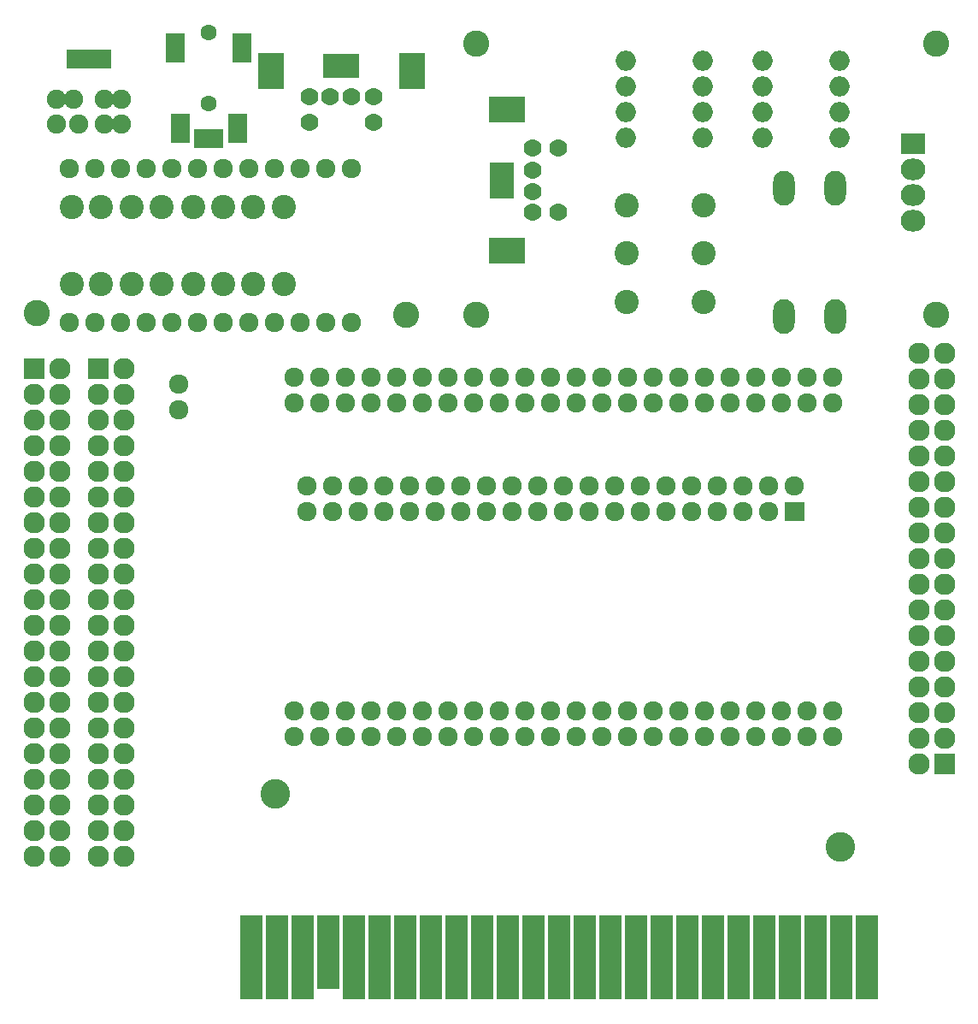
<source format=gts>
G04 #@! TF.FileFunction,Soldermask,Top*
%FSLAX46Y46*%
G04 Gerber Fmt 4.6, Leading zero omitted, Abs format (unit mm)*
G04 Created by KiCad (PCBNEW 4.0.2-stable) date 2016-05-24 오전 1:59:57*
%MOMM*%
G01*
G04 APERTURE LIST*
%ADD10C,0.100000*%
%ADD11C,2.600000*%
%ADD12C,2.940000*%
%ADD13R,2.200000X8.400000*%
%ADD14R,2.200000X7.400000*%
%ADD15C,1.924000*%
%ADD16R,2.127200X2.127200*%
%ADD17O,2.127200X2.127200*%
%ADD18C,2.398980*%
%ADD19C,1.771600*%
%ADD20R,3.600400X2.398980*%
%ADD21R,2.569160X3.600400*%
%ADD22C,1.900000*%
%ADD23R,4.400000X1.924000*%
%ADD24C,1.600000*%
%ADD25R,2.900000X1.900000*%
%ADD26R,1.900000X2.900000*%
%ADD27R,2.400000X3.600000*%
%ADD28R,3.600400X2.569160*%
%ADD29R,2.432000X2.127200*%
%ADD30O,2.432000X2.127200*%
%ADD31O,2.000000X2.000000*%
%ADD32O,2.127200X3.448000*%
G04 APERTURE END LIST*
D10*
D11*
X93959000Y-74900000D03*
X130559000Y-75100000D03*
X137459000Y-75100000D03*
X137500000Y-48200000D03*
X183000000Y-48200000D03*
D12*
X173573640Y-127707440D03*
D13*
X176189840Y-138637440D03*
X173649840Y-138637440D03*
X171109840Y-138637440D03*
X168569840Y-138637440D03*
X166029840Y-138637440D03*
X163489840Y-138637440D03*
X160949840Y-138637440D03*
X158409840Y-138637440D03*
X155869840Y-138637440D03*
X153329840Y-138637440D03*
X150789840Y-138637440D03*
X148249840Y-138637440D03*
X145709840Y-138637440D03*
X143169840Y-138637440D03*
X140629840Y-138637440D03*
X138089840Y-138637440D03*
X135549840Y-138637440D03*
X133009840Y-138637440D03*
X130469840Y-138637440D03*
X127929840Y-138637440D03*
X125389840Y-138637440D03*
D14*
X122844760Y-138144680D03*
D13*
X120309840Y-138637440D03*
X117769840Y-138637440D03*
X115229840Y-138637440D03*
D12*
X117579340Y-122500440D03*
D15*
X172820000Y-116840000D03*
X172820000Y-114300000D03*
X170280000Y-116840000D03*
X170280000Y-114300000D03*
X167740000Y-116840000D03*
X167740000Y-114300000D03*
X165200000Y-116840000D03*
X165200000Y-114300000D03*
X162660000Y-116840000D03*
X162660000Y-114300000D03*
X160120000Y-116840000D03*
X160120000Y-114300000D03*
X157580000Y-116840000D03*
X157580000Y-114300000D03*
X155040000Y-116840000D03*
X155040000Y-114300000D03*
X152500000Y-116840000D03*
X152500000Y-114300000D03*
X149960000Y-116840000D03*
X149960000Y-114300000D03*
X147420000Y-116840000D03*
X147420000Y-114300000D03*
X144880000Y-116840000D03*
X144880000Y-114300000D03*
X142340000Y-116840000D03*
X142340000Y-114300000D03*
X139800000Y-116840000D03*
X139800000Y-114300000D03*
X137260000Y-116840000D03*
X137260000Y-114300000D03*
X134720000Y-116840000D03*
X134720000Y-114300000D03*
X132180000Y-116840000D03*
X132180000Y-114300000D03*
X129640000Y-116840000D03*
X129640000Y-114300000D03*
X127100000Y-116840000D03*
X127100000Y-114300000D03*
X124560000Y-116840000D03*
X124560000Y-114300000D03*
X122020000Y-116840000D03*
X122020000Y-114300000D03*
X119480000Y-116840000D03*
X119480000Y-114300000D03*
X119480000Y-81280000D03*
X119480000Y-83820000D03*
X122020000Y-81280000D03*
X122020000Y-83820000D03*
X124560000Y-81280000D03*
X124560000Y-83820000D03*
X127100000Y-81280000D03*
X127100000Y-83820000D03*
X129640000Y-81280000D03*
X129640000Y-83820000D03*
X132180000Y-81280000D03*
X132180000Y-83820000D03*
X134720000Y-81280000D03*
X134720000Y-83820000D03*
X137260000Y-81280000D03*
X137260000Y-83820000D03*
X139800000Y-81280000D03*
X139800000Y-83820000D03*
X142340000Y-81280000D03*
X142340000Y-83820000D03*
X144880000Y-81280000D03*
X144880000Y-83820000D03*
X147420000Y-81280000D03*
X147420000Y-83820000D03*
X149960000Y-81280000D03*
X149960000Y-83820000D03*
X152500000Y-81280000D03*
X152500000Y-83820000D03*
X155040000Y-81280000D03*
X155040000Y-83820000D03*
X157580000Y-81280000D03*
X157580000Y-83820000D03*
X160120000Y-81280000D03*
X160120000Y-83820000D03*
X162660000Y-81280000D03*
X162660000Y-83820000D03*
X165200000Y-81280000D03*
X165200000Y-83820000D03*
X167740000Y-81280000D03*
X167740000Y-83820000D03*
X170280000Y-81280000D03*
X170280000Y-83820000D03*
X172820000Y-81280000D03*
X172820000Y-83820000D03*
X108050000Y-81915000D03*
X108050000Y-84455000D03*
D10*
G36*
X168048000Y-95502000D02*
X168048000Y-93578000D01*
X169972000Y-93578000D01*
X169972000Y-95502000D01*
X168048000Y-95502000D01*
X168048000Y-95502000D01*
G37*
D15*
X169010000Y-92000000D03*
X166470000Y-94540000D03*
X166470000Y-92000000D03*
X163930000Y-94540000D03*
X163930000Y-92000000D03*
X161390000Y-94540000D03*
X161390000Y-92000000D03*
X158850000Y-94540000D03*
X158850000Y-92000000D03*
X156310000Y-94540000D03*
X156310000Y-92000000D03*
X153770000Y-94540000D03*
X153770000Y-92000000D03*
X151230000Y-94540000D03*
X151230000Y-92000000D03*
X148690000Y-94540000D03*
X148690000Y-92000000D03*
X146150000Y-94540000D03*
X146150000Y-92000000D03*
X143610000Y-94540000D03*
X143610000Y-92000000D03*
X141070000Y-94540000D03*
X141070000Y-92000000D03*
X138530000Y-94540000D03*
X138530000Y-92000000D03*
X135990000Y-94540000D03*
X135990000Y-92000000D03*
X133450000Y-94540000D03*
X133450000Y-92000000D03*
X130910000Y-94540000D03*
X130910000Y-92000000D03*
X128370000Y-94540000D03*
X128370000Y-92000000D03*
X125830000Y-94540000D03*
X125830000Y-92000000D03*
X123290000Y-94540000D03*
X123290000Y-92000000D03*
X120750000Y-94540000D03*
X120750000Y-92000000D03*
D16*
X183850000Y-119480000D03*
D17*
X181310000Y-119480000D03*
X183850000Y-116940000D03*
X181310000Y-116940000D03*
X183850000Y-114400000D03*
X181310000Y-114400000D03*
X183850000Y-111860000D03*
X181310000Y-111860000D03*
X183850000Y-109320000D03*
X181310000Y-109320000D03*
X183850000Y-106780000D03*
X181310000Y-106780000D03*
X183850000Y-104240000D03*
X181310000Y-104240000D03*
X183850000Y-101700000D03*
X181310000Y-101700000D03*
X183850000Y-99160000D03*
X181310000Y-99160000D03*
X183850000Y-96620000D03*
X181310000Y-96620000D03*
X183850000Y-94080000D03*
X181310000Y-94080000D03*
X183850000Y-91540000D03*
X181310000Y-91540000D03*
X183850000Y-89000000D03*
X181310000Y-89000000D03*
X183850000Y-86460000D03*
X181310000Y-86460000D03*
X183850000Y-83920000D03*
X181310000Y-83920000D03*
X183850000Y-81380000D03*
X181310000Y-81380000D03*
X183850000Y-78840000D03*
X181310000Y-78840000D03*
D16*
X100100000Y-80400000D03*
D17*
X102640000Y-80400000D03*
X100100000Y-82940000D03*
X102640000Y-82940000D03*
X100100000Y-85480000D03*
X102640000Y-85480000D03*
X100100000Y-88020000D03*
X102640000Y-88020000D03*
X100100000Y-90560000D03*
X102640000Y-90560000D03*
X100100000Y-93100000D03*
X102640000Y-93100000D03*
X100100000Y-95640000D03*
X102640000Y-95640000D03*
X100100000Y-98180000D03*
X102640000Y-98180000D03*
X100100000Y-100720000D03*
X102640000Y-100720000D03*
X100100000Y-103260000D03*
X102640000Y-103260000D03*
X100100000Y-105800000D03*
X102640000Y-105800000D03*
X100100000Y-108340000D03*
X102640000Y-108340000D03*
X100100000Y-110880000D03*
X102640000Y-110880000D03*
X100100000Y-113420000D03*
X102640000Y-113420000D03*
X100100000Y-115960000D03*
X102640000Y-115960000D03*
X100100000Y-118500000D03*
X102640000Y-118500000D03*
X100100000Y-121040000D03*
X102640000Y-121040000D03*
X100100000Y-123580000D03*
X102640000Y-123580000D03*
X100100000Y-126120000D03*
X102640000Y-126120000D03*
X100100000Y-128660000D03*
X102640000Y-128660000D03*
D16*
X93700000Y-80400000D03*
D17*
X96240000Y-80400000D03*
X93700000Y-82940000D03*
X96240000Y-82940000D03*
X93700000Y-85480000D03*
X96240000Y-85480000D03*
X93700000Y-88020000D03*
X96240000Y-88020000D03*
X93700000Y-90560000D03*
X96240000Y-90560000D03*
X93700000Y-93100000D03*
X96240000Y-93100000D03*
X93700000Y-95640000D03*
X96240000Y-95640000D03*
X93700000Y-98180000D03*
X96240000Y-98180000D03*
X93700000Y-100720000D03*
X96240000Y-100720000D03*
X93700000Y-103260000D03*
X96240000Y-103260000D03*
X93700000Y-105800000D03*
X96240000Y-105800000D03*
X93700000Y-108340000D03*
X96240000Y-108340000D03*
X93700000Y-110880000D03*
X96240000Y-110880000D03*
X93700000Y-113420000D03*
X96240000Y-113420000D03*
X93700000Y-115960000D03*
X96240000Y-115960000D03*
X93700000Y-118500000D03*
X96240000Y-118500000D03*
X93700000Y-121040000D03*
X96240000Y-121040000D03*
X93700000Y-123580000D03*
X96240000Y-123580000D03*
X93700000Y-126120000D03*
X96240000Y-126120000D03*
X93700000Y-128660000D03*
X96240000Y-128660000D03*
D18*
X118427000Y-72011000D03*
X118427000Y-64391000D03*
D19*
X125143000Y-53481000D03*
X122984000Y-53481000D03*
X120952000Y-56021000D03*
X127302000Y-56021000D03*
X127302000Y-53481000D03*
X120952000Y-53481000D03*
D20*
X124127000Y-50433000D03*
D21*
X117142000Y-50941000D03*
X131112000Y-50941000D03*
D22*
X102377000Y-56211000D03*
X100627000Y-56211000D03*
X98127000Y-56211000D03*
X97627000Y-53711000D03*
X95877000Y-56211000D03*
X95877000Y-53711000D03*
X102377000Y-53711000D03*
D23*
X99127000Y-49711000D03*
D22*
X100627000Y-53711000D03*
D24*
X111027000Y-54111000D03*
D25*
X111027000Y-57661000D03*
D26*
X108177000Y-56611000D03*
X107727000Y-48611000D03*
X113877000Y-56611000D03*
X114327000Y-48611000D03*
D24*
X111027000Y-47111000D03*
D15*
X125097000Y-60591000D03*
X122557000Y-60591000D03*
X120017000Y-60591000D03*
X117477000Y-60591000D03*
X114937000Y-60591000D03*
X112397000Y-60591000D03*
X109857000Y-60591000D03*
X107317000Y-60591000D03*
X104777000Y-60591000D03*
X102237000Y-60591000D03*
X99697000Y-60591000D03*
X97157000Y-60591000D03*
X97157000Y-75831000D03*
X99697000Y-75831000D03*
X102237000Y-75831000D03*
X104777000Y-75831000D03*
X107317000Y-75831000D03*
X109857000Y-75831000D03*
X112397000Y-75831000D03*
X114937000Y-75831000D03*
X117477000Y-75831000D03*
X120017000Y-75831000D03*
X122557000Y-75831000D03*
X125097000Y-75831000D03*
D18*
X112427000Y-72011000D03*
X112427000Y-64391000D03*
X115427000Y-72011000D03*
X115427000Y-64391000D03*
X109427000Y-64411000D03*
X109427000Y-72031000D03*
X106327000Y-64411000D03*
X106327000Y-72031000D03*
X103327000Y-64411000D03*
X103327000Y-72031000D03*
X100327000Y-64411000D03*
X100327000Y-72031000D03*
X97427000Y-64411000D03*
X97427000Y-72031000D03*
D19*
X143080000Y-60714000D03*
X143080000Y-62873000D03*
X145620000Y-64905000D03*
X145620000Y-58555000D03*
X143080000Y-58555000D03*
X143080000Y-64905000D03*
D27*
X140032000Y-61730000D03*
D28*
X140540000Y-68715000D03*
X140540000Y-54745000D03*
D29*
X180770000Y-58170000D03*
D30*
X180770000Y-60710000D03*
X180770000Y-63250000D03*
X180770000Y-65790000D03*
D18*
X152400000Y-64262000D03*
X160020000Y-64262000D03*
X152400000Y-68961000D03*
X160020000Y-68961000D03*
X152400000Y-73787000D03*
X160020000Y-73787000D03*
D31*
X165862000Y-49911000D03*
X165862000Y-52451000D03*
X165862000Y-54991000D03*
X165862000Y-57531000D03*
X173482000Y-57531000D03*
X173482000Y-54991000D03*
X173482000Y-52451000D03*
X173482000Y-49911000D03*
X159893000Y-57531000D03*
X159893000Y-54991000D03*
X159893000Y-52451000D03*
X159893000Y-49911000D03*
X152273000Y-49911000D03*
X152273000Y-52451000D03*
X152273000Y-54991000D03*
X152273000Y-57531000D03*
D32*
X167950000Y-62490000D03*
X173030000Y-62490000D03*
X167950000Y-75190000D03*
X173030000Y-75190000D03*
D11*
X183000000Y-75100000D03*
M02*

</source>
